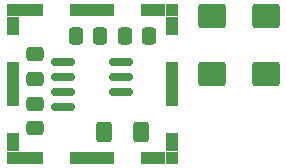
<source format=gbr>
G04 #@! TF.GenerationSoftware,KiCad,Pcbnew,7.0.5*
G04 #@! TF.CreationDate,2023-07-12T12:31:12+02:00*
G04 #@! TF.ProjectId,Tunnelling-Amp,54756e6e-656c-46c6-996e-672d416d702e,1.0*
G04 #@! TF.SameCoordinates,Original*
G04 #@! TF.FileFunction,Paste,Top*
G04 #@! TF.FilePolarity,Positive*
%FSLAX46Y46*%
G04 Gerber Fmt 4.6, Leading zero omitted, Abs format (unit mm)*
G04 Created by KiCad (PCBNEW 7.0.5) date 2023-07-12 12:31:12*
%MOMM*%
%LPD*%
G01*
G04 APERTURE LIST*
G04 Aperture macros list*
%AMRoundRect*
0 Rectangle with rounded corners*
0 $1 Rounding radius*
0 $2 $3 $4 $5 $6 $7 $8 $9 X,Y pos of 4 corners*
0 Add a 4 corners polygon primitive as box body*
4,1,4,$2,$3,$4,$5,$6,$7,$8,$9,$2,$3,0*
0 Add four circle primitives for the rounded corners*
1,1,$1+$1,$2,$3*
1,1,$1+$1,$4,$5*
1,1,$1+$1,$6,$7*
1,1,$1+$1,$8,$9*
0 Add four rect primitives between the rounded corners*
20,1,$1+$1,$2,$3,$4,$5,0*
20,1,$1+$1,$4,$5,$6,$7,0*
20,1,$1+$1,$6,$7,$8,$9,0*
20,1,$1+$1,$8,$9,$2,$3,0*%
G04 Aperture macros list end*
%ADD10RoundRect,0.250000X-0.925000X0.787500X-0.925000X-0.787500X0.925000X-0.787500X0.925000X0.787500X0*%
%ADD11RoundRect,0.250000X0.925000X-0.787500X0.925000X0.787500X-0.925000X0.787500X-0.925000X-0.787500X0*%
%ADD12RoundRect,0.250000X0.475000X-0.337500X0.475000X0.337500X-0.475000X0.337500X-0.475000X-0.337500X0*%
%ADD13R,1.000000X1.000000*%
%ADD14R,2.130000X1.000000*%
%ADD15R,3.800000X1.000000*%
%ADD16R,1.000000X1.650000*%
%ADD17R,1.000000X3.800000*%
%ADD18RoundRect,0.150000X0.825000X0.150000X-0.825000X0.150000X-0.825000X-0.150000X0.825000X-0.150000X0*%
%ADD19RoundRect,0.250000X-0.337500X-0.475000X0.337500X-0.475000X0.337500X0.475000X-0.337500X0.475000X0*%
%ADD20RoundRect,0.250000X-0.475000X0.337500X-0.475000X-0.337500X0.475000X-0.337500X0.475000X0.337500X0*%
%ADD21RoundRect,0.250000X-0.400000X-0.625000X0.400000X-0.625000X0.400000X0.625000X-0.400000X0.625000X0*%
%ADD22RoundRect,0.250000X0.337500X0.475000X-0.337500X0.475000X-0.337500X-0.475000X0.337500X-0.475000X0*%
G04 APERTURE END LIST*
D10*
X113924000Y-119350500D03*
X113924000Y-124275500D03*
D11*
X118496000Y-124275500D03*
X118496000Y-119350500D03*
D12*
X98930000Y-124628500D03*
X98930000Y-122553500D03*
D13*
X97026000Y-131365000D03*
D14*
X98591000Y-131365000D03*
D15*
X103756000Y-131365000D03*
D14*
X108921000Y-131365000D03*
D13*
X110486000Y-131365000D03*
D16*
X97026000Y-130040000D03*
X110486000Y-130040000D03*
D17*
X97026000Y-125115000D03*
X110486000Y-125115000D03*
D16*
X97026000Y-120190000D03*
X110486000Y-120190000D03*
D13*
X97026000Y-118865000D03*
D14*
X98591000Y-118865000D03*
D15*
X103756000Y-118865000D03*
D14*
X108921000Y-118865000D03*
D13*
X110486000Y-118865000D03*
D18*
X106231000Y-125750000D03*
X106231000Y-124480000D03*
X106231000Y-123210000D03*
X101281000Y-123210000D03*
X101281000Y-124480000D03*
X101281000Y-125750000D03*
X101281000Y-127020000D03*
D19*
X102345500Y-121051000D03*
X104420500Y-121051000D03*
D20*
X98930000Y-126744500D03*
X98930000Y-128819500D03*
D21*
X104746000Y-129179000D03*
X107846000Y-129179000D03*
D22*
X108603500Y-121051000D03*
X106528500Y-121051000D03*
M02*

</source>
